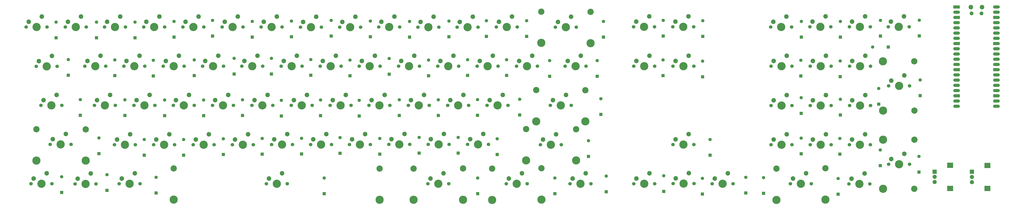
<source format=gbr>
%TF.GenerationSoftware,KiCad,Pcbnew,9.0.2*%
%TF.CreationDate,2025-07-26T17:38:45-10:00*%
%TF.ProjectId,Custom_Keyboard,43757374-6f6d-45f4-9b65-79626f617264,rev?*%
%TF.SameCoordinates,Original*%
%TF.FileFunction,Soldermask,Top*%
%TF.FilePolarity,Negative*%
%FSLAX46Y46*%
G04 Gerber Fmt 4.6, Leading zero omitted, Abs format (unit mm)*
G04 Created by KiCad (PCBNEW 9.0.2) date 2025-07-26 17:38:45*
%MOMM*%
%LPD*%
G01*
G04 APERTURE LIST*
G04 Aperture macros list*
%AMRoundRect*
0 Rectangle with rounded corners*
0 $1 Rounding radius*
0 $2 $3 $4 $5 $6 $7 $8 $9 X,Y pos of 4 corners*
0 Add a 4 corners polygon primitive as box body*
4,1,4,$2,$3,$4,$5,$6,$7,$8,$9,$2,$3,0*
0 Add four circle primitives for the rounded corners*
1,1,$1+$1,$2,$3*
1,1,$1+$1,$4,$5*
1,1,$1+$1,$6,$7*
1,1,$1+$1,$8,$9*
0 Add four rect primitives between the rounded corners*
20,1,$1+$1,$2,$3,$4,$5,0*
20,1,$1+$1,$4,$5,$6,$7,0*
20,1,$1+$1,$6,$7,$8,$9,0*
20,1,$1+$1,$8,$9,$2,$3,0*%
%AMFreePoly0*
4,1,37,0.800000,0.796148,0.878414,0.796148,1.032228,0.765552,1.177117,0.705537,1.307515,0.618408,1.418408,0.507515,1.505537,0.377117,1.565552,0.232228,1.596148,0.078414,1.596148,-0.078414,1.565552,-0.232228,1.505537,-0.377117,1.418408,-0.507515,1.307515,-0.618408,1.177117,-0.705537,1.032228,-0.765552,0.878414,-0.796148,0.800000,-0.796148,0.800000,-0.800000,-1.400000,-0.800000,
-1.403843,-0.796157,-1.439018,-0.796157,-1.511114,-0.766294,-1.566294,-0.711114,-1.596157,-0.639018,-1.596157,-0.603843,-1.600000,-0.600000,-1.600000,0.600000,-1.596157,0.603843,-1.596157,0.639018,-1.566294,0.711114,-1.511114,0.766294,-1.439018,0.796157,-1.403843,0.796157,-1.400000,0.800000,0.800000,0.800000,0.800000,0.796148,0.800000,0.796148,$1*%
%AMFreePoly1*
4,1,37,1.403843,0.796157,1.439018,0.796157,1.511114,0.766294,1.566294,0.711114,1.596157,0.639018,1.596157,0.603843,1.600000,0.600000,1.600000,-0.600000,1.596157,-0.603843,1.596157,-0.639018,1.566294,-0.711114,1.511114,-0.766294,1.439018,-0.796157,1.403843,-0.796157,1.400000,-0.800000,-0.800000,-0.800000,-0.800000,-0.796148,-0.878414,-0.796148,-1.032228,-0.765552,-1.177117,-0.705537,
-1.307515,-0.618408,-1.418408,-0.507515,-1.505537,-0.377117,-1.565552,-0.232228,-1.596148,-0.078414,-1.596148,0.078414,-1.565552,0.232228,-1.505537,0.377117,-1.418408,0.507515,-1.307515,0.618408,-1.177117,0.705537,-1.032228,0.765552,-0.878414,0.796148,-0.800000,0.796148,-0.800000,0.800000,1.400000,0.800000,1.403843,0.796157,1.403843,0.796157,$1*%
%AMFreePoly2*
4,1,37,0.603843,0.796157,0.639018,0.796157,0.711114,0.766294,0.766294,0.711114,0.796157,0.639018,0.796157,0.603843,0.800000,0.600000,0.800000,-0.600000,0.796157,-0.603843,0.796157,-0.639018,0.766294,-0.711114,0.711114,-0.766294,0.639018,-0.796157,0.603843,-0.796157,0.600000,-0.800000,0.000000,-0.800000,0.000000,-0.796148,-0.078414,-0.796148,-0.232228,-0.765552,-0.377117,-0.705537,
-0.507515,-0.618408,-0.618408,-0.507515,-0.705537,-0.377117,-0.765552,-0.232228,-0.796148,-0.078414,-0.796148,0.078414,-0.765552,0.232228,-0.705537,0.377117,-0.618408,0.507515,-0.507515,0.618408,-0.377117,0.705537,-0.232228,0.765552,-0.078414,0.796148,0.000000,0.796148,0.000000,0.800000,0.600000,0.800000,0.603843,0.796157,0.603843,0.796157,$1*%
%AMFreePoly3*
4,1,37,0.000000,0.796148,0.078414,0.796148,0.232228,0.765552,0.377117,0.705537,0.507515,0.618408,0.618408,0.507515,0.705537,0.377117,0.765552,0.232228,0.796148,0.078414,0.796148,-0.078414,0.765552,-0.232228,0.705537,-0.377117,0.618408,-0.507515,0.507515,-0.618408,0.377117,-0.705537,0.232228,-0.765552,0.078414,-0.796148,0.000000,-0.796148,0.000000,-0.800000,-0.600000,-0.800000,
-0.603843,-0.796157,-0.639018,-0.796157,-0.711114,-0.766294,-0.766294,-0.711114,-0.796157,-0.639018,-0.796157,-0.603843,-0.800000,-0.600000,-0.800000,0.600000,-0.796157,0.603843,-0.796157,0.639018,-0.766294,0.711114,-0.711114,0.766294,-0.639018,0.796157,-0.603843,0.796157,-0.600000,0.800000,0.000000,0.800000,0.000000,0.796148,0.000000,0.796148,$1*%
G04 Aperture macros list end*
%ADD10C,1.700000*%
%ADD11C,4.000000*%
%ADD12C,2.200000*%
%ADD13RoundRect,0.250000X0.550000X-0.550000X0.550000X0.550000X-0.550000X0.550000X-0.550000X-0.550000X0*%
%ADD14C,1.600000*%
%ADD15C,3.048000*%
%ADD16C,3.987800*%
%ADD17R,2.000000X2.000000*%
%ADD18C,2.000000*%
%ADD19R,3.000000X2.500000*%
%ADD20RoundRect,0.250000X0.550000X0.550000X-0.550000X0.550000X-0.550000X-0.550000X0.550000X-0.550000X0*%
%ADD21C,1.850000*%
%ADD22FreePoly0,0.000000*%
%ADD23RoundRect,0.200000X-0.600000X-0.600000X0.600000X-0.600000X0.600000X0.600000X-0.600000X0.600000X0*%
%ADD24RoundRect,0.800000X-0.800000X-0.000010X0.800000X-0.000010X0.800000X0.000010X-0.800000X0.000010X0*%
%ADD25FreePoly1,0.000000*%
%ADD26FreePoly2,0.000000*%
%ADD27FreePoly3,0.000000*%
G04 APERTURE END LIST*
D10*
%TO.C,SW59*%
X31610000Y-93380000D03*
D11*
X36690000Y-93380000D03*
D10*
X41770000Y-93380000D03*
D12*
X39230000Y-88300000D03*
X32880000Y-90840000D03*
%TD*%
D13*
%TO.C,D66*%
X191750000Y-98150000D03*
D14*
X191750000Y-90530000D03*
%TD*%
D13*
%TO.C,D39*%
X396392400Y-60096400D03*
D14*
X396392400Y-52476400D03*
%TD*%
D13*
%TO.C,D59*%
X55320000Y-97840000D03*
D14*
X55320000Y-90220000D03*
%TD*%
D13*
%TO.C,D6*%
X129844800Y-41198800D03*
D14*
X129844800Y-33578800D03*
%TD*%
D15*
%TO.C,REF\u002A\u002A*%
X246430000Y-105155000D03*
D16*
X246430000Y-120365000D03*
%TD*%
D13*
%TO.C,D53*%
X239268000Y-79248000D03*
D14*
X239268000Y-71628000D03*
%TD*%
D10*
%TO.C,SW21*%
X438962800Y-36220400D03*
D11*
X444042800Y-36220400D03*
D10*
X449122800Y-36220400D03*
D12*
X446582800Y-31140400D03*
X440232800Y-33680400D03*
%TD*%
D15*
%TO.C,REF\u002A\u002A*%
X384590000Y-105145000D03*
D16*
X384590000Y-120355000D03*
%TD*%
D13*
%TO.C,D55*%
X299212000Y-78841600D03*
D14*
X299212000Y-71221600D03*
%TD*%
D15*
%TO.C,REF\u002A\u002A*%
X451555000Y-114950000D03*
D16*
X436345000Y-114950000D03*
%TD*%
D13*
%TO.C,D3*%
X72796400Y-41554400D03*
D14*
X72796400Y-33934400D03*
%TD*%
D10*
%TO.C,SW52*%
X205638400Y-74422000D03*
D11*
X210718400Y-74422000D03*
D10*
X215798400Y-74422000D03*
D12*
X213258400Y-69342000D03*
X206908400Y-71882000D03*
%TD*%
D10*
%TO.C,SW82*%
X284250000Y-112530000D03*
D11*
X289330000Y-112530000D03*
D10*
X294410000Y-112530000D03*
D12*
X291870000Y-107450000D03*
X285520000Y-109990000D03*
%TD*%
D10*
%TO.C,SW80*%
X215180000Y-112530000D03*
D11*
X220260000Y-112530000D03*
D10*
X225340000Y-112530000D03*
D12*
X222800000Y-107450000D03*
X216450000Y-109990000D03*
%TD*%
D15*
%TO.C,REF\u002A\u002A*%
X294230000Y-28935000D03*
D16*
X294230000Y-44145000D03*
%TD*%
D13*
%TO.C,D65*%
X172460000Y-97690000D03*
D14*
X172460000Y-90070000D03*
%TD*%
D10*
%TO.C,SW55*%
X274675600Y-74422000D03*
D11*
X279755600Y-74422000D03*
D10*
X284835600Y-74422000D03*
D12*
X282295600Y-69342000D03*
X275945600Y-71882000D03*
%TD*%
D13*
%TO.C,D84*%
X348550000Y-117500000D03*
D14*
X348550000Y-109880000D03*
%TD*%
D13*
%TO.C,D71*%
X352270000Y-98640000D03*
D14*
X352270000Y-91020000D03*
%TD*%
D10*
%TO.C,SW7*%
X134162800Y-36322000D03*
D11*
X139242800Y-36322000D03*
D10*
X144322800Y-36322000D03*
D12*
X141782800Y-31242000D03*
X135432800Y-33782000D03*
%TD*%
D10*
%TO.C,SW66*%
X177080000Y-93470000D03*
D11*
X182160000Y-93470000D03*
D10*
X187240000Y-93470000D03*
D12*
X184700000Y-88390000D03*
X178350000Y-90930000D03*
%TD*%
D13*
%TO.C,D57*%
X415645600Y-79095600D03*
D14*
X415645600Y-71475600D03*
%TD*%
D10*
%TO.C,SW49*%
X148742400Y-74422000D03*
D11*
X153822400Y-74422000D03*
D10*
X158902400Y-74422000D03*
D12*
X156362400Y-69342000D03*
X150012400Y-71882000D03*
%TD*%
D10*
%TO.C,SW43*%
X27127200Y-74422000D03*
D11*
X32207200Y-74422000D03*
D10*
X37287200Y-74422000D03*
D12*
X34747200Y-69342000D03*
X28397200Y-71882000D03*
%TD*%
D10*
%TO.C,SW51*%
X186537600Y-74422000D03*
D11*
X191617600Y-74422000D03*
D10*
X196697600Y-74422000D03*
D12*
X194157600Y-69342000D03*
X187807600Y-71882000D03*
%TD*%
D13*
%TO.C,D62*%
X115790000Y-98300000D03*
D14*
X115790000Y-90680000D03*
%TD*%
D15*
%TO.C,REF\u002A\u002A*%
X451505000Y-53010000D03*
D16*
X436295000Y-53010000D03*
%TD*%
D10*
%TO.C,SW36*%
X315214000Y-55372000D03*
D11*
X320294000Y-55372000D03*
D10*
X325374000Y-55372000D03*
D12*
X322834000Y-50292000D03*
X316484000Y-52832000D03*
%TD*%
D15*
%TO.C,REF\u002A\u002A*%
X451605000Y-91050000D03*
D16*
X436395000Y-91050000D03*
%TD*%
D15*
%TO.C,REF\u002A\u002A*%
X451605000Y-76910000D03*
D16*
X436395000Y-76910000D03*
%TD*%
D13*
%TO.C,D82*%
X301880000Y-116390000D03*
D14*
X301880000Y-108770000D03*
%TD*%
D10*
%TO.C,SW17*%
X391358000Y-112521200D03*
D11*
X396438000Y-112521200D03*
D10*
X401518000Y-112521200D03*
D12*
X398978000Y-107441200D03*
X392628000Y-109981200D03*
%TD*%
D13*
%TO.C,D43*%
X46228000Y-79197200D03*
D14*
X46228000Y-71577200D03*
%TD*%
D13*
%TO.C,D21*%
X453999600Y-40589200D03*
D14*
X453999600Y-32969200D03*
%TD*%
D13*
%TO.C,D33*%
X253390400Y-59842400D03*
D14*
X253390400Y-52222400D03*
%TD*%
D10*
%TO.C,SW77*%
X43700000Y-112560000D03*
D11*
X48780000Y-112560000D03*
D10*
X53860000Y-112560000D03*
D12*
X51320000Y-107480000D03*
X44970000Y-110020000D03*
%TD*%
D13*
%TO.C,D61*%
X96490000Y-98600000D03*
D14*
X96490000Y-90980000D03*
%TD*%
D13*
%TO.C,D18*%
X396697200Y-41198800D03*
D14*
X396697200Y-33578800D03*
%TD*%
D13*
%TO.C,D79*%
X164780000Y-117340000D03*
D14*
X164780000Y-109720000D03*
%TD*%
D15*
%TO.C,REF\u002A\u002A*%
X191700000Y-105105000D03*
D16*
X191700000Y-120315000D03*
%TD*%
D13*
%TO.C,D58*%
X434230000Y-73790000D03*
D14*
X434230000Y-66170000D03*
%TD*%
D13*
%TO.C,D80*%
X239350000Y-117320000D03*
D14*
X239350000Y-109700000D03*
%TD*%
D15*
%TO.C,REF\u002A\u002A*%
X270230000Y-28835000D03*
D16*
X270230000Y-44045000D03*
%TD*%
D13*
%TO.C,D34*%
X274370800Y-60299600D03*
D14*
X274370800Y-52679600D03*
%TD*%
D13*
%TO.C,D31*%
X215493600Y-59994800D03*
D14*
X215493600Y-52374800D03*
%TD*%
D10*
%TO.C,SW48*%
X129641600Y-74422000D03*
D11*
X134721600Y-74422000D03*
D10*
X139801600Y-74422000D03*
D12*
X137261600Y-69342000D03*
X130911600Y-71882000D03*
%TD*%
D13*
%TO.C,D16*%
X348742000Y-40894000D03*
D14*
X348742000Y-33274000D03*
%TD*%
D13*
%TO.C,D74*%
X435030000Y-103680000D03*
D14*
X435030000Y-96060000D03*
%TD*%
D13*
%TO.C,D24*%
X81737200Y-60096400D03*
D14*
X81737200Y-52476400D03*
%TD*%
D13*
%TO.C,D70*%
X293200000Y-99190000D03*
D14*
X293200000Y-91570000D03*
%TD*%
D10*
%TO.C,SW41*%
X420116000Y-55372000D03*
D11*
X425196000Y-55372000D03*
D10*
X430276000Y-55372000D03*
D12*
X427736000Y-50292000D03*
X421386000Y-52832000D03*
%TD*%
D13*
%TO.C,D40*%
X415594800Y-60401200D03*
D14*
X415594800Y-52781200D03*
%TD*%
D10*
%TO.C,SW31*%
X200914000Y-55372000D03*
D11*
X205994000Y-55372000D03*
D10*
X211074000Y-55372000D03*
D12*
X208534000Y-50292000D03*
X202184000Y-52832000D03*
%TD*%
D17*
%TO.C,SW86*%
X479590000Y-106700000D03*
D18*
X479590000Y-111700000D03*
X479590000Y-109200000D03*
D19*
X487090000Y-103600000D03*
X487090000Y-114800000D03*
%TD*%
D10*
%TO.C,SW73*%
X401030000Y-93550000D03*
D11*
X406110000Y-93550000D03*
D10*
X411190000Y-93550000D03*
D12*
X408650000Y-88470000D03*
X402300000Y-91010000D03*
%TD*%
D15*
%TO.C,REF\u002A\u002A*%
X262920000Y-85915000D03*
D16*
X262920000Y-101125000D03*
%TD*%
D10*
%TO.C,SW75*%
X439060000Y-102990000D03*
D11*
X444140000Y-102990000D03*
D10*
X449220000Y-102990000D03*
D12*
X446680000Y-97910000D03*
X440330000Y-100450000D03*
%TD*%
D10*
%TO.C,SW63*%
X120120000Y-93500000D03*
D11*
X125200000Y-93500000D03*
D10*
X130280000Y-93500000D03*
D12*
X127740000Y-88420000D03*
X121390000Y-90960000D03*
%TD*%
D10*
%TO.C,SW3*%
X58013600Y-36322000D03*
D11*
X63093600Y-36322000D03*
D10*
X68173600Y-36322000D03*
D12*
X65633600Y-31242000D03*
X59283600Y-33782000D03*
%TD*%
D10*
%TO.C,SW13*%
X248462800Y-36322000D03*
D11*
X253542800Y-36322000D03*
D10*
X258622800Y-36322000D03*
D12*
X256082800Y-31242000D03*
X249732800Y-33782000D03*
%TD*%
D15*
%TO.C,REF\u002A\u002A*%
X408340000Y-105005000D03*
D16*
X408340000Y-120215000D03*
%TD*%
D15*
%TO.C,REF\u002A\u002A*%
X48830000Y-86065000D03*
D16*
X48830000Y-101275000D03*
%TD*%
D10*
%TO.C,SW2*%
X38963600Y-36322000D03*
D11*
X44043600Y-36322000D03*
D10*
X49123600Y-36322000D03*
D12*
X46583600Y-31242000D03*
X40233600Y-33782000D03*
%TD*%
D13*
%TO.C,D49*%
X163017200Y-79400400D03*
D14*
X163017200Y-71780400D03*
%TD*%
D10*
%TO.C,SW64*%
X139170000Y-93470000D03*
D11*
X144250000Y-93470000D03*
D10*
X149330000Y-93470000D03*
D12*
X146790000Y-88390000D03*
X140440000Y-90930000D03*
%TD*%
D13*
%TO.C,D1*%
X34442400Y-41554400D03*
D14*
X34442400Y-33934400D03*
%TD*%
D10*
%TO.C,SW4*%
X77063600Y-36322000D03*
D11*
X82143600Y-36322000D03*
D10*
X87223600Y-36322000D03*
D12*
X84683600Y-31242000D03*
X78333600Y-33782000D03*
%TD*%
D10*
%TO.C,SW27*%
X124764800Y-55372000D03*
D11*
X129844800Y-55372000D03*
D10*
X134924800Y-55372000D03*
D12*
X132384800Y-50292000D03*
X126034800Y-52832000D03*
%TD*%
D10*
%TO.C,SW61*%
X81920000Y-93500000D03*
D11*
X87000000Y-93500000D03*
D10*
X92080000Y-93500000D03*
D12*
X89540000Y-88420000D03*
X83190000Y-90960000D03*
%TD*%
D13*
%TO.C,D68*%
X229900000Y-97560000D03*
D14*
X229900000Y-89940000D03*
%TD*%
D10*
%TO.C,SW19*%
X400862800Y-36220400D03*
D11*
X405942800Y-36220400D03*
D10*
X411022800Y-36220400D03*
D12*
X408482800Y-31140400D03*
X402132800Y-33680400D03*
%TD*%
D13*
%TO.C,D85*%
X369700000Y-116960000D03*
D14*
X369700000Y-109340000D03*
%TD*%
D10*
%TO.C,SW76*%
X22290000Y-112490000D03*
D11*
X27370000Y-112490000D03*
D10*
X32450000Y-112490000D03*
D12*
X29910000Y-107410000D03*
X23560000Y-109950000D03*
%TD*%
D10*
%TO.C,SW8*%
X153263600Y-36372800D03*
D11*
X158343600Y-36372800D03*
D10*
X163423600Y-36372800D03*
D12*
X160883600Y-31292800D03*
X154533600Y-33832800D03*
%TD*%
D13*
%TO.C,D47*%
X125069600Y-79298800D03*
D14*
X125069600Y-71678800D03*
%TD*%
D13*
%TO.C,D52*%
X220218000Y-79349600D03*
D14*
X220218000Y-71729600D03*
%TD*%
D15*
%TO.C,REF\u002A\u002A*%
X270380000Y-105005000D03*
D16*
X270380000Y-120215000D03*
%TD*%
D15*
%TO.C,REF\u002A\u002A*%
X91660000Y-105020050D03*
D16*
X91660000Y-120230050D03*
%TD*%
D13*
%TO.C,D5*%
X110490000Y-40741600D03*
D14*
X110490000Y-33121600D03*
%TD*%
D13*
%TO.C,D73*%
X415360000Y-98120000D03*
D14*
X415360000Y-90500000D03*
%TD*%
D10*
%TO.C,SW14*%
X277164800Y-36372800D03*
D11*
X282244800Y-36372800D03*
D10*
X287324800Y-36372800D03*
D12*
X284784800Y-31292800D03*
X278434800Y-33832800D03*
%TD*%
D10*
%TO.C,SW37*%
X334314800Y-55372000D03*
D11*
X339394800Y-55372000D03*
D10*
X344474800Y-55372000D03*
D12*
X341934800Y-50292000D03*
X335584800Y-52832000D03*
%TD*%
D10*
%TO.C,SW33*%
X239115600Y-55372000D03*
D11*
X244195600Y-55372000D03*
D10*
X249275600Y-55372000D03*
D12*
X246735600Y-50292000D03*
X240385600Y-52832000D03*
%TD*%
D13*
%TO.C,D83*%
X329770000Y-116230000D03*
D14*
X329770000Y-108610000D03*
%TD*%
D10*
%TO.C,SW46*%
X91490800Y-74422000D03*
D11*
X96570800Y-74422000D03*
D10*
X101650800Y-74422000D03*
D12*
X99110800Y-69342000D03*
X92760800Y-71882000D03*
%TD*%
D13*
%TO.C,D51*%
X201269600Y-79349600D03*
D14*
X201269600Y-71729600D03*
%TD*%
D13*
%TO.C,D35*%
X297484800Y-60299600D03*
D14*
X297484800Y-52679600D03*
%TD*%
D10*
%TO.C,SW6*%
X115163600Y-36322000D03*
D11*
X120243600Y-36322000D03*
D10*
X125323600Y-36322000D03*
D12*
X122783600Y-31242000D03*
X116433600Y-33782000D03*
%TD*%
D13*
%TO.C,D29*%
X177342800Y-59994800D03*
D14*
X177342800Y-52374800D03*
%TD*%
D13*
%TO.C,D2*%
X54102000Y-41554400D03*
D14*
X54102000Y-33934400D03*
%TD*%
D13*
%TO.C,D63*%
X134630000Y-98150000D03*
D14*
X134630000Y-90530000D03*
%TD*%
D13*
%TO.C,D15*%
X329539600Y-40741600D03*
D14*
X329539600Y-33121600D03*
%TD*%
D10*
%TO.C,SW84*%
X334340000Y-112460000D03*
D11*
X339420000Y-112460000D03*
D10*
X344500000Y-112460000D03*
D12*
X341960000Y-107380000D03*
X335610000Y-109920000D03*
%TD*%
D13*
%TO.C,D37*%
X348691200Y-60502800D03*
D14*
X348691200Y-52882800D03*
%TD*%
D10*
%TO.C,SW56*%
X381965200Y-74472800D03*
D11*
X387045200Y-74472800D03*
D10*
X392125200Y-74472800D03*
D12*
X389585200Y-69392800D03*
X383235200Y-71932800D03*
%TD*%
D10*
%TO.C,SW83*%
X315200000Y-112490000D03*
D11*
X320280000Y-112490000D03*
D10*
X325360000Y-112490000D03*
D12*
X322820000Y-107410000D03*
X316470000Y-109950000D03*
%TD*%
D10*
%TO.C,SW40*%
X401015200Y-55372000D03*
D11*
X406095200Y-55372000D03*
D10*
X411175200Y-55372000D03*
D12*
X408635200Y-50292000D03*
X402285200Y-52832000D03*
%TD*%
D13*
%TO.C,D27*%
X139090400Y-59131200D03*
D14*
X139090400Y-51511200D03*
%TD*%
D13*
%TO.C,D78*%
X83100000Y-116980000D03*
D14*
X83100000Y-109360000D03*
%TD*%
D10*
%TO.C,SW70*%
X269850000Y-93520000D03*
D11*
X274930000Y-93520000D03*
D10*
X280010000Y-93520000D03*
D12*
X277470000Y-88440000D03*
X271120000Y-90980000D03*
%TD*%
D17*
%TO.C,SW87*%
X461470000Y-106650000D03*
D18*
X461470000Y-111650000D03*
X461470000Y-109150000D03*
D19*
X468970000Y-103550000D03*
X468970000Y-114750000D03*
%TD*%
D10*
%TO.C,SW58*%
X420116000Y-74523600D03*
D11*
X425196000Y-74523600D03*
D10*
X430276000Y-74523600D03*
D12*
X427736000Y-69443600D03*
X421386000Y-71983600D03*
%TD*%
D20*
%TO.C,D41*%
X438930000Y-46070000D03*
D14*
X431310000Y-46070000D03*
%TD*%
D10*
%TO.C,SW29*%
X162814000Y-55372000D03*
D11*
X167894000Y-55372000D03*
D10*
X172974000Y-55372000D03*
D12*
X170434000Y-50292000D03*
X164084000Y-52832000D03*
%TD*%
D13*
%TO.C,D17*%
X378320000Y-117190000D03*
D14*
X378320000Y-109570000D03*
%TD*%
D13*
%TO.C,D81*%
X276900000Y-117300000D03*
D14*
X276900000Y-109680000D03*
%TD*%
D13*
%TO.C,D38*%
X414540000Y-117560000D03*
D14*
X414540000Y-109940000D03*
%TD*%
D10*
%TO.C,SW25*%
X86563200Y-55372000D03*
D11*
X91643200Y-55372000D03*
D10*
X96723200Y-55372000D03*
D12*
X94183200Y-50292000D03*
X87833200Y-52832000D03*
%TD*%
D13*
%TO.C,D11*%
X225399600Y-41046400D03*
D14*
X225399600Y-33426400D03*
%TD*%
D13*
%TO.C,D12*%
X243636800Y-40894000D03*
D14*
X243636800Y-33274000D03*
%TD*%
D13*
%TO.C,D10*%
X206248000Y-41198800D03*
D14*
X206248000Y-33578800D03*
%TD*%
D13*
%TO.C,D76*%
X37160000Y-116760000D03*
D14*
X37160000Y-109140000D03*
%TD*%
D10*
%TO.C,SW85*%
X353350000Y-112530000D03*
D11*
X358430000Y-112530000D03*
D10*
X363510000Y-112530000D03*
D12*
X360970000Y-107450000D03*
X354620000Y-109990000D03*
%TD*%
D10*
%TO.C,SW5*%
X96113600Y-36322000D03*
D11*
X101193600Y-36322000D03*
D10*
X106273600Y-36322000D03*
D12*
X103733600Y-31242000D03*
X97383600Y-33782000D03*
%TD*%
%TO.C,A1*%
X479055000Y-26660000D03*
D21*
X479355000Y-29690000D03*
X484205000Y-29690000D03*
D12*
X484505000Y-26660000D03*
D22*
X472090000Y-26530000D03*
D23*
X472890000Y-26530000D03*
D24*
X472090000Y-29070000D03*
D14*
X472890000Y-29070000D03*
D25*
X472090000Y-31610000D03*
D26*
X472890000Y-31610000D03*
D24*
X472090000Y-34150000D03*
D14*
X472890000Y-34150000D03*
D24*
X472090000Y-36690000D03*
D14*
X472890000Y-36690000D03*
D24*
X472090000Y-39230000D03*
D14*
X472890000Y-39230000D03*
D24*
X472090000Y-41770000D03*
D14*
X472890000Y-41770000D03*
D25*
X472090000Y-44310000D03*
D26*
X472890000Y-44310000D03*
D24*
X472090000Y-46850000D03*
D14*
X472890000Y-46850000D03*
D24*
X472090000Y-49390000D03*
D14*
X472890000Y-49390000D03*
D24*
X472090000Y-51930000D03*
D14*
X472890000Y-51930000D03*
D24*
X472090000Y-54470000D03*
D14*
X472890000Y-54470000D03*
D25*
X472090000Y-57010000D03*
D26*
X472890000Y-57010000D03*
D24*
X472090000Y-59550000D03*
D14*
X472890000Y-59550000D03*
D24*
X472090000Y-62090000D03*
D14*
X472890000Y-62090000D03*
D24*
X472090000Y-64630000D03*
D14*
X472890000Y-64630000D03*
D24*
X472090000Y-67170000D03*
D14*
X472890000Y-67170000D03*
D25*
X472090000Y-69710000D03*
D26*
X472890000Y-69710000D03*
D24*
X472090000Y-72250000D03*
D14*
X472890000Y-72250000D03*
D24*
X472090000Y-74790000D03*
D14*
X472890000Y-74790000D03*
X490670000Y-74790000D03*
D24*
X491470000Y-74790000D03*
D14*
X490670000Y-72250000D03*
D24*
X491470000Y-72250000D03*
D27*
X490670000Y-69710000D03*
D22*
X491470000Y-69710000D03*
D14*
X490670000Y-67170000D03*
D24*
X491470000Y-67170000D03*
D14*
X490670000Y-64630000D03*
D24*
X491470000Y-64630000D03*
D14*
X490670000Y-62090000D03*
D24*
X491470000Y-62090000D03*
D14*
X490670000Y-59550000D03*
D24*
X491470000Y-59550000D03*
D27*
X490670000Y-57010000D03*
D22*
X491470000Y-57010000D03*
D14*
X490670000Y-54470000D03*
D24*
X491470000Y-54470000D03*
D14*
X490670000Y-51930000D03*
D24*
X491470000Y-51930000D03*
D14*
X490670000Y-49390000D03*
D24*
X491470000Y-49390000D03*
D14*
X490670000Y-46850000D03*
D24*
X491470000Y-46850000D03*
D27*
X490670000Y-44310000D03*
D22*
X491470000Y-44310000D03*
D14*
X490670000Y-41770000D03*
D24*
X491470000Y-41770000D03*
D14*
X490670000Y-39230000D03*
D24*
X491470000Y-39230000D03*
D14*
X490670000Y-36690000D03*
D24*
X491470000Y-36690000D03*
D14*
X490670000Y-34150000D03*
D24*
X491470000Y-34150000D03*
D27*
X490670000Y-31610000D03*
D22*
X491470000Y-31610000D03*
D14*
X490670000Y-29070000D03*
D24*
X491470000Y-29070000D03*
D14*
X490670000Y-26530000D03*
D24*
X491470000Y-26530000D03*
%TD*%
D13*
%TO.C,D67*%
X210910000Y-97570000D03*
D14*
X210910000Y-89950000D03*
%TD*%
D15*
%TO.C,REF\u002A\u002A*%
X232240000Y-105055000D03*
D16*
X232240000Y-120265000D03*
%TD*%
D13*
%TO.C,D7*%
X148844000Y-41046400D03*
D14*
X148844000Y-33426400D03*
%TD*%
D10*
%TO.C,SW26*%
X105664000Y-55372000D03*
D11*
X110744000Y-55372000D03*
D10*
X115824000Y-55372000D03*
D12*
X113284000Y-50292000D03*
X106934000Y-52832000D03*
%TD*%
D13*
%TO.C,D30*%
X196342000Y-59283600D03*
D14*
X196342000Y-51663600D03*
%TD*%
D13*
%TO.C,D9*%
X187198000Y-41046400D03*
D14*
X187198000Y-33426400D03*
%TD*%
D10*
%TO.C,SW68*%
X215320000Y-93410000D03*
D11*
X220400000Y-93410000D03*
D10*
X225480000Y-93410000D03*
D12*
X222940000Y-88330000D03*
X216590000Y-90870000D03*
%TD*%
D13*
%TO.C,D25*%
X101600000Y-59944000D03*
D14*
X101600000Y-52324000D03*
%TD*%
D10*
%TO.C,SW18*%
X381812800Y-36271200D03*
D11*
X386892800Y-36271200D03*
D10*
X391972800Y-36271200D03*
D12*
X389432800Y-31191200D03*
X383082800Y-33731200D03*
%TD*%
D10*
%TO.C,SW78*%
X65110000Y-112530000D03*
D11*
X70190000Y-112530000D03*
D10*
X75270000Y-112530000D03*
D12*
X72730000Y-107450000D03*
X66380000Y-109990000D03*
%TD*%
D13*
%TO.C,D46*%
X106172000Y-79400400D03*
D14*
X106172000Y-71780400D03*
%TD*%
D10*
%TO.C,SW45*%
X72339200Y-74422000D03*
D11*
X77419200Y-74422000D03*
D10*
X82499200Y-74422000D03*
D12*
X79959200Y-69342000D03*
X73609200Y-71882000D03*
%TD*%
D13*
%TO.C,D77*%
X59220000Y-115700000D03*
D14*
X59220000Y-108080000D03*
%TD*%
D13*
%TO.C,D64*%
X153770000Y-97990000D03*
D14*
X153770000Y-90370000D03*
%TD*%
D13*
%TO.C,D36*%
X329488800Y-59944000D03*
D14*
X329488800Y-52324000D03*
%TD*%
D13*
%TO.C,D54*%
X259791200Y-79044800D03*
D14*
X259791200Y-71424800D03*
%TD*%
D10*
%TO.C,SW38*%
X419790000Y-112570000D03*
D11*
X424870000Y-112570000D03*
D10*
X429950000Y-112570000D03*
D12*
X427410000Y-107490000D03*
X421060000Y-110030000D03*
%TD*%
D10*
%TO.C,SW71*%
X334300000Y-93450000D03*
D11*
X339380000Y-93450000D03*
D10*
X344460000Y-93450000D03*
D12*
X341920000Y-88370000D03*
X335570000Y-90910000D03*
%TD*%
D15*
%TO.C,REF\u002A\u002A*%
X291680000Y-67015000D03*
D16*
X291680000Y-82225000D03*
%TD*%
D13*
%TO.C,D72*%
X396580000Y-97920000D03*
D14*
X396580000Y-90300000D03*
%TD*%
D13*
%TO.C,D4*%
X91795600Y-41198800D03*
D14*
X91795600Y-33578800D03*
%TD*%
D10*
%TO.C,SW23*%
X48463200Y-55372000D03*
D11*
X53543200Y-55372000D03*
D10*
X58623200Y-55372000D03*
D12*
X56083200Y-50292000D03*
X49733200Y-52832000D03*
%TD*%
D13*
%TO.C,D69*%
X248890000Y-98320000D03*
D14*
X248890000Y-90700000D03*
%TD*%
D10*
%TO.C,SW1*%
X19910000Y-36322000D03*
D11*
X24990000Y-36322000D03*
D10*
X30070000Y-36322000D03*
D12*
X27530000Y-31242000D03*
X21180000Y-33782000D03*
%TD*%
D10*
%TO.C,SW28*%
X143865600Y-55372000D03*
D11*
X148945600Y-55372000D03*
D10*
X154025600Y-55372000D03*
D12*
X151485600Y-50292000D03*
X145135600Y-52832000D03*
%TD*%
D10*
%TO.C,SW57*%
X401015200Y-74472800D03*
D11*
X406095200Y-74472800D03*
D10*
X411175200Y-74472800D03*
D12*
X408635200Y-69392800D03*
X402285200Y-71932800D03*
%TD*%
D13*
%TO.C,D50*%
X181813200Y-79552800D03*
D14*
X181813200Y-71932800D03*
%TD*%
D10*
%TO.C,SW30*%
X181813200Y-55372000D03*
D11*
X186893200Y-55372000D03*
D10*
X191973200Y-55372000D03*
D12*
X189433200Y-50292000D03*
X183083200Y-52832000D03*
%TD*%
D13*
%TO.C,D23*%
X63042800Y-59944000D03*
D14*
X63042800Y-52324000D03*
%TD*%
D10*
%TO.C,SW34*%
X258267200Y-55372000D03*
D11*
X263347200Y-55372000D03*
D10*
X268427200Y-55372000D03*
D12*
X265887200Y-50292000D03*
X259537200Y-52832000D03*
%TD*%
D15*
%TO.C,REF\u002A\u002A*%
X267830000Y-66975000D03*
D16*
X267830000Y-82185000D03*
%TD*%
D10*
%TO.C,SW16*%
X334213200Y-36220400D03*
D11*
X339293200Y-36220400D03*
D10*
X344373200Y-36220400D03*
D12*
X341833200Y-31140400D03*
X335483200Y-33680400D03*
%TD*%
D13*
%TO.C,D20*%
X435102000Y-40741600D03*
D14*
X435102000Y-33121600D03*
%TD*%
D10*
%TO.C,SW60*%
X62850000Y-93530000D03*
D11*
X67930000Y-93530000D03*
D10*
X73010000Y-93530000D03*
D12*
X70470000Y-88450000D03*
X64120000Y-90990000D03*
%TD*%
D15*
%TO.C,REF\u002A\u002A*%
X287160000Y-85965000D03*
D16*
X287160000Y-101175000D03*
%TD*%
D13*
%TO.C,D22*%
X40436800Y-59740800D03*
D14*
X40436800Y-52120800D03*
%TD*%
D13*
%TO.C,D44*%
X67919600Y-79298800D03*
D14*
X67919600Y-71678800D03*
%TD*%
D13*
%TO.C,D8*%
X168198800Y-40741600D03*
D14*
X168198800Y-33121600D03*
%TD*%
D10*
%TO.C,SW9*%
X172313600Y-36372800D03*
D11*
X177393600Y-36372800D03*
D10*
X182473600Y-36372800D03*
D12*
X179933600Y-31292800D03*
X173583600Y-33832800D03*
%TD*%
D13*
%TO.C,D28*%
X158242000Y-59791600D03*
D14*
X158242000Y-52171600D03*
%TD*%
D10*
%TO.C,SW47*%
X110540800Y-74422000D03*
D11*
X115620800Y-74422000D03*
D10*
X120700800Y-74422000D03*
D12*
X118160800Y-69342000D03*
X111810800Y-71882000D03*
%TD*%
D10*
%TO.C,SW79*%
X136700000Y-112530000D03*
D11*
X141780000Y-112530000D03*
D10*
X146860000Y-112530000D03*
D12*
X144320000Y-107450000D03*
X137970000Y-109990000D03*
%TD*%
D10*
%TO.C,SW69*%
X234460000Y-93410000D03*
D11*
X239540000Y-93410000D03*
D10*
X244620000Y-93410000D03*
D12*
X242080000Y-88330000D03*
X235730000Y-90870000D03*
%TD*%
D13*
%TO.C,D56*%
X396580000Y-78282800D03*
D14*
X396580000Y-70662800D03*
%TD*%
D10*
%TO.C,SW32*%
X220014800Y-55372000D03*
D11*
X225094800Y-55372000D03*
D10*
X230174800Y-55372000D03*
D12*
X227634800Y-50292000D03*
X221284800Y-52832000D03*
%TD*%
D10*
%TO.C,SW81*%
X253230000Y-112490000D03*
D11*
X258310000Y-112490000D03*
D10*
X263390000Y-112490000D03*
D12*
X260850000Y-107410000D03*
X254500000Y-109950000D03*
%TD*%
D10*
%TO.C,SW67*%
X196170000Y-93410000D03*
D11*
X201250000Y-93410000D03*
D10*
X206330000Y-93410000D03*
D12*
X203790000Y-88330000D03*
X197440000Y-90870000D03*
%TD*%
D10*
%TO.C,SW24*%
X67411600Y-55372000D03*
D11*
X72491600Y-55372000D03*
D10*
X77571600Y-55372000D03*
D12*
X75031600Y-50292000D03*
X68681600Y-52832000D03*
%TD*%
D10*
%TO.C,SW10*%
X191312800Y-36322000D03*
D11*
X196392800Y-36322000D03*
D10*
X201472800Y-36322000D03*
D12*
X198932800Y-31242000D03*
X192582800Y-33782000D03*
%TD*%
D13*
%TO.C,D13*%
X263144000Y-40894000D03*
D14*
X263144000Y-33274000D03*
%TD*%
D10*
%TO.C,SW50*%
X167690800Y-74422000D03*
D11*
X172770800Y-74422000D03*
D10*
X177850800Y-74422000D03*
D12*
X175310800Y-69342000D03*
X168960800Y-71882000D03*
%TD*%
D13*
%TO.C,D75*%
X453820000Y-106800000D03*
D14*
X453820000Y-99180000D03*
%TD*%
D10*
%TO.C,SW35*%
X281838400Y-55372000D03*
D11*
X286918400Y-55372000D03*
D10*
X291998400Y-55372000D03*
D12*
X289458400Y-50292000D03*
X283108400Y-52832000D03*
%TD*%
D13*
%TO.C,D19*%
X415645600Y-41249600D03*
D14*
X415645600Y-33629600D03*
%TD*%
D10*
%TO.C,SW12*%
X229412800Y-36372800D03*
D11*
X234492800Y-36372800D03*
D10*
X239572800Y-36372800D03*
D12*
X237032800Y-31292800D03*
X230682800Y-33832800D03*
%TD*%
D15*
%TO.C,REF\u002A\u002A*%
X24910000Y-86035000D03*
D16*
X24910000Y-101245000D03*
%TD*%
D10*
%TO.C,SW22*%
X24790400Y-55422800D03*
D11*
X29870400Y-55422800D03*
D10*
X34950400Y-55422800D03*
D12*
X32410400Y-50342800D03*
X26060400Y-52882800D03*
%TD*%
D10*
%TO.C,SW42*%
X439064400Y-64922400D03*
D11*
X444144400Y-64922400D03*
D10*
X449224400Y-64922400D03*
D12*
X446684400Y-59842400D03*
X440334400Y-62382400D03*
%TD*%
D10*
%TO.C,SW54*%
X243941600Y-74422000D03*
D11*
X249021600Y-74422000D03*
D10*
X254101600Y-74422000D03*
D12*
X251561600Y-69342000D03*
X245211600Y-71882000D03*
%TD*%
D13*
%TO.C,D14*%
X300532800Y-41249600D03*
D14*
X300532800Y-33629600D03*
%TD*%
D13*
%TO.C,D26*%
X121005600Y-59182000D03*
D14*
X121005600Y-51562000D03*
%TD*%
D10*
%TO.C,SW11*%
X210362800Y-36372800D03*
D11*
X215442800Y-36372800D03*
D10*
X220522800Y-36372800D03*
D12*
X217982800Y-31292800D03*
X211632800Y-33832800D03*
%TD*%
D10*
%TO.C,SW20*%
X420014400Y-36220400D03*
D11*
X425094400Y-36220400D03*
D10*
X430174400Y-36220400D03*
D12*
X427634400Y-31140400D03*
X421284400Y-33680400D03*
%TD*%
D13*
%TO.C,D60*%
X77350000Y-98600000D03*
D14*
X77350000Y-90980000D03*
%TD*%
D10*
%TO.C,SW72*%
X381930000Y-93550000D03*
D11*
X387010000Y-93550000D03*
D10*
X392090000Y-93550000D03*
D12*
X389550000Y-88470000D03*
X383200000Y-91010000D03*
%TD*%
D13*
%TO.C,D32*%
X234442000Y-59842400D03*
D14*
X234442000Y-52222400D03*
%TD*%
D10*
%TO.C,SW65*%
X158160000Y-93440000D03*
D11*
X163240000Y-93440000D03*
D10*
X168320000Y-93440000D03*
D12*
X165780000Y-88360000D03*
X159430000Y-90900000D03*
%TD*%
D15*
%TO.C,REF\u002A\u002A*%
X208240000Y-105105000D03*
D16*
X208240000Y-120315000D03*
%TD*%
D13*
%TO.C,D48*%
X143967200Y-79552800D03*
D14*
X143967200Y-71932800D03*
%TD*%
D10*
%TO.C,SW44*%
X53136800Y-74422000D03*
D11*
X58216800Y-74422000D03*
D10*
X63296800Y-74422000D03*
D12*
X60756800Y-69342000D03*
X54406800Y-71882000D03*
%TD*%
D10*
%TO.C,SW15*%
X315163200Y-36220400D03*
D11*
X320243200Y-36220400D03*
D10*
X325323200Y-36220400D03*
D12*
X322783200Y-31140400D03*
X316433200Y-33680400D03*
%TD*%
D13*
%TO.C,D42*%
X454406000Y-69646800D03*
D14*
X454406000Y-62026800D03*
%TD*%
D13*
%TO.C,D45*%
X87223600Y-79400400D03*
D14*
X87223600Y-71780400D03*
%TD*%
D10*
%TO.C,SW39*%
X381914400Y-55372000D03*
D11*
X386994400Y-55372000D03*
D10*
X392074400Y-55372000D03*
D12*
X389534400Y-50292000D03*
X383184400Y-52832000D03*
%TD*%
D10*
%TO.C,SW53*%
X224790000Y-74422000D03*
D11*
X229870000Y-74422000D03*
D10*
X234950000Y-74422000D03*
D12*
X232410000Y-69342000D03*
X226060000Y-71882000D03*
%TD*%
D10*
%TO.C,SW62*%
X101090000Y-93500000D03*
D11*
X106170000Y-93500000D03*
D10*
X111250000Y-93500000D03*
D12*
X108710000Y-88420000D03*
X102360000Y-90960000D03*
%TD*%
D10*
%TO.C,SW74*%
X420040000Y-93550000D03*
D11*
X425120000Y-93550000D03*
D10*
X430200000Y-93550000D03*
D12*
X427660000Y-88470000D03*
X421310000Y-91010000D03*
%TD*%
M02*

</source>
